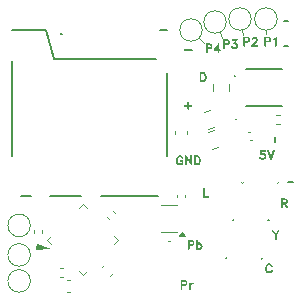
<source format=gbr>
%TF.GenerationSoftware,KiCad,Pcbnew,8.99.0-417-ga763d613e5*%
%TF.CreationDate,2024-07-02T15:16:59-04:00*%
%TF.ProjectId,kawaiiSD,6b617761-6969-4534-942e-6b696361645f,rev?*%
%TF.SameCoordinates,Original*%
%TF.FileFunction,Legend,Top*%
%TF.FilePolarity,Positive*%
%FSLAX46Y46*%
G04 Gerber Fmt 4.6, Leading zero omitted, Abs format (unit mm)*
G04 Created by KiCad (PCBNEW 8.99.0-417-ga763d613e5) date 2024-07-02 15:16:59*
%MOMM*%
%LPD*%
G01*
G04 APERTURE LIST*
%ADD10C,0.250000*%
%ADD11C,0.100000*%
%ADD12C,0.120000*%
%ADD13C,0.200000*%
G04 APERTURE END LIST*
D10*
G36*
X168358359Y-119217425D02*
G01*
X168384981Y-119194954D01*
X168442622Y-119190802D01*
X168469489Y-119197885D01*
X168490494Y-119216203D01*
X168666349Y-119468018D01*
X168843669Y-119209609D01*
X168864674Y-119190802D01*
X168891541Y-119189337D01*
X168939412Y-119190802D01*
X168960417Y-119200572D01*
X168980201Y-119225973D01*
X168984353Y-119261144D01*
X168974583Y-119282393D01*
X168743774Y-119613587D01*
X168743774Y-119975799D01*
X168738156Y-119998269D01*
X168725456Y-120018053D01*
X168707137Y-120030753D01*
X168649496Y-120034906D01*
X168627026Y-120030753D01*
X168607242Y-120018053D01*
X168594542Y-119998269D01*
X168590389Y-119975799D01*
X168590389Y-119614319D01*
X168359824Y-119283615D01*
X168349810Y-119262610D01*
X168349810Y-119244291D01*
X168358359Y-119217425D01*
G37*
G36*
X168370187Y-122712784D02*
G01*
X168301311Y-122785813D01*
X168215581Y-122834906D01*
X168190180Y-122834906D01*
X168050962Y-122834906D01*
X168025560Y-122829288D01*
X167941297Y-122782393D01*
X167870955Y-122713028D01*
X167825770Y-122628032D01*
X167787912Y-122516169D01*
X167784981Y-122323705D01*
X167823083Y-122200363D01*
X167860941Y-122122449D01*
X167941297Y-122037453D01*
X168025560Y-121990802D01*
X168050962Y-121990802D01*
X168190180Y-121990802D01*
X168215581Y-121996420D01*
X168301311Y-122043803D01*
X168370187Y-122114145D01*
X168415372Y-122199141D01*
X168420990Y-122221612D01*
X168416837Y-122248478D01*
X168404137Y-122268018D01*
X168388505Y-122278032D01*
X168367500Y-122284871D01*
X168328177Y-122284871D01*
X168306928Y-122280718D01*
X168288610Y-122269483D01*
X168274688Y-122252631D01*
X168245135Y-122192058D01*
X168223886Y-122171053D01*
X168176258Y-122147118D01*
X168065128Y-122147118D01*
X168022874Y-122167878D01*
X167966454Y-122250188D01*
X167938366Y-122336406D01*
X167938366Y-122489302D01*
X167966454Y-122575520D01*
X168022874Y-122657829D01*
X168065128Y-122678590D01*
X168176258Y-122678590D01*
X168223886Y-122654654D01*
X168245135Y-122633649D01*
X168274688Y-122573077D01*
X168288610Y-122556224D01*
X168306928Y-122544989D01*
X168328177Y-122540837D01*
X168367500Y-122540837D01*
X168385819Y-122544989D01*
X168404137Y-122557690D01*
X168418059Y-122581626D01*
X168420990Y-122604096D01*
X168416837Y-122623880D01*
X168370187Y-122712784D01*
G37*
G36*
X161014116Y-123396420D02*
G01*
X161084458Y-123431835D01*
X161133795Y-123477020D01*
X161180201Y-123563238D01*
X161185819Y-123588639D01*
X161185819Y-123693175D01*
X161180201Y-123720042D01*
X161145030Y-123789162D01*
X161100089Y-123838744D01*
X161014116Y-123885394D01*
X160988959Y-123891012D01*
X160770850Y-123891012D01*
X160770850Y-124176287D01*
X160766698Y-124198513D01*
X160753997Y-124218053D01*
X160734214Y-124230753D01*
X160711743Y-124234906D01*
X160654102Y-124230753D01*
X160635784Y-124218053D01*
X160623083Y-124198025D01*
X160618931Y-124175554D01*
X160618931Y-123547118D01*
X160770850Y-123547118D01*
X160770850Y-123734696D01*
X160974793Y-123734696D01*
X161014116Y-123715645D01*
X161032434Y-123677299D01*
X161032434Y-123603293D01*
X161014116Y-123564947D01*
X160974793Y-123547118D01*
X160770850Y-123547118D01*
X160618931Y-123547118D01*
X160618931Y-123446001D01*
X160623083Y-123423287D01*
X160635784Y-123403503D01*
X160654102Y-123390802D01*
X160678038Y-123390802D01*
X160988959Y-123390802D01*
X161014116Y-123396420D01*
G37*
G36*
X161309894Y-123658248D02*
G01*
X161324060Y-123638220D01*
X161342378Y-123625275D01*
X161364849Y-123621123D01*
X161422490Y-123625275D01*
X161442029Y-123639197D01*
X161454730Y-123660935D01*
X161457661Y-123681207D01*
X161477200Y-123665331D01*
X161546321Y-123625275D01*
X161572944Y-123625275D01*
X161675525Y-123625275D01*
X161699461Y-123629672D01*
X161717780Y-123642372D01*
X161730480Y-123662645D01*
X161734632Y-123685603D01*
X161730480Y-123744222D01*
X161717780Y-123763028D01*
X161699461Y-123775973D01*
X161675525Y-123781591D01*
X161587110Y-123781591D01*
X161537773Y-123805771D01*
X161482818Y-123861214D01*
X161458882Y-123909574D01*
X161458882Y-124175310D01*
X161454730Y-124198025D01*
X161434946Y-124222205D01*
X161422246Y-124230753D01*
X161399775Y-124234906D01*
X161342378Y-124230509D01*
X161324060Y-124217809D01*
X161309894Y-124197536D01*
X161305742Y-124174578D01*
X161305742Y-123681207D01*
X161309894Y-123658248D01*
G37*
G36*
X161614116Y-119996420D02*
G01*
X161684458Y-120031835D01*
X161733795Y-120077020D01*
X161780201Y-120163238D01*
X161785819Y-120188639D01*
X161785819Y-120293175D01*
X161780201Y-120320042D01*
X161745030Y-120389162D01*
X161700089Y-120438744D01*
X161614116Y-120485394D01*
X161588959Y-120491012D01*
X161370850Y-120491012D01*
X161370850Y-120776287D01*
X161366698Y-120798513D01*
X161353997Y-120818053D01*
X161334214Y-120830753D01*
X161311743Y-120834906D01*
X161254102Y-120830753D01*
X161235784Y-120818053D01*
X161223083Y-120798025D01*
X161218931Y-120775554D01*
X161218931Y-120147118D01*
X161370850Y-120147118D01*
X161370850Y-120334696D01*
X161574793Y-120334696D01*
X161614116Y-120315645D01*
X161632434Y-120277299D01*
X161632434Y-120203293D01*
X161614116Y-120164947D01*
X161574793Y-120147118D01*
X161370850Y-120147118D01*
X161218931Y-120147118D01*
X161218931Y-120046001D01*
X161223083Y-120023287D01*
X161235784Y-120003503D01*
X161254102Y-119990802D01*
X161278038Y-119990802D01*
X161588959Y-119990802D01*
X161614116Y-119996420D01*
G37*
G36*
X162021024Y-119994954D02*
G01*
X162040564Y-120007166D01*
X162053265Y-120026462D01*
X162057661Y-120048444D01*
X162057661Y-120258248D01*
X162111150Y-120225275D01*
X162136551Y-120225275D01*
X162240599Y-120225275D01*
X162267221Y-120231137D01*
X162351729Y-120278520D01*
X162420606Y-120348862D01*
X162434528Y-120371821D01*
X162469699Y-120478311D01*
X162472629Y-120568925D01*
X162469699Y-120587487D01*
X162434772Y-120693977D01*
X162420606Y-120716936D01*
X162336098Y-120799002D01*
X162267221Y-120834906D01*
X162240599Y-120834906D01*
X162136551Y-120834906D01*
X162111150Y-120833440D01*
X162052043Y-120803887D01*
X162040808Y-120822205D01*
X162021024Y-120834906D01*
X161964849Y-120839058D01*
X161940913Y-120834906D01*
X161922595Y-120822205D01*
X161909894Y-120802421D01*
X161905742Y-120779707D01*
X161905742Y-120631940D01*
X162057661Y-120631940D01*
X162150473Y-120678590D01*
X162226433Y-120678590D01*
X162274304Y-120654654D01*
X162292622Y-120637557D01*
X162319245Y-120555492D01*
X162319245Y-120504689D01*
X162292622Y-120422624D01*
X162274304Y-120405527D01*
X162226433Y-120381591D01*
X162150473Y-120381591D01*
X162057661Y-120428241D01*
X162057661Y-120631940D01*
X161905742Y-120631940D01*
X161905742Y-120050153D01*
X161909894Y-120027683D01*
X161922595Y-120007655D01*
X161940913Y-119994954D01*
X161998554Y-119990802D01*
X162021024Y-119994954D01*
G37*
G36*
X169576154Y-116528904D02*
G01*
X169600089Y-116542826D01*
X169645030Y-116592163D01*
X169680201Y-116662505D01*
X169685819Y-116687662D01*
X169685819Y-116791954D01*
X169680201Y-116818576D01*
X169645030Y-116887453D01*
X169599845Y-116936790D01*
X169576154Y-116952177D01*
X169514116Y-116971961D01*
X169681666Y-117253328D01*
X169685819Y-117275799D01*
X169681666Y-117298269D01*
X169668966Y-117318053D01*
X169657731Y-117326357D01*
X169635260Y-117334906D01*
X169591541Y-117334906D01*
X169572001Y-117334906D01*
X169555149Y-117323670D01*
X169540983Y-117309504D01*
X169350962Y-116991012D01*
X169270850Y-116991012D01*
X169270850Y-117279707D01*
X169266698Y-117302421D01*
X169253997Y-117322205D01*
X169234214Y-117334906D01*
X169211743Y-117339058D01*
X169154102Y-117334906D01*
X169135784Y-117322205D01*
X169123083Y-117302177D01*
X169118931Y-117279462D01*
X169118931Y-116647118D01*
X169270850Y-116647118D01*
X169270850Y-116834696D01*
X169443774Y-116834696D01*
X169515581Y-116811493D01*
X169532434Y-116777299D01*
X169532434Y-116703293D01*
X169515581Y-116669099D01*
X169443774Y-116647118D01*
X169270850Y-116647118D01*
X169118931Y-116647118D01*
X169118931Y-116546245D01*
X169123083Y-116523531D01*
X169135784Y-116503503D01*
X169154102Y-116490802D01*
X169178038Y-116490802D01*
X169453788Y-116490802D01*
X169576154Y-116528904D01*
G37*
G36*
X162523083Y-115627439D02*
G01*
X162535784Y-115607655D01*
X162555567Y-115594954D01*
X162578038Y-115590802D01*
X162635435Y-115594954D01*
X162653753Y-115607655D01*
X162667919Y-115627194D01*
X162672071Y-115649665D01*
X162672071Y-116278590D01*
X162993006Y-116278590D01*
X163015477Y-116284452D01*
X163035016Y-116297641D01*
X163047717Y-116316936D01*
X163052113Y-116377508D01*
X163047717Y-116400956D01*
X163035016Y-116421716D01*
X163015477Y-116434906D01*
X162993006Y-116434906D01*
X162578038Y-116434906D01*
X162555567Y-116430753D01*
X162535784Y-116418053D01*
X162523083Y-116398269D01*
X162518931Y-116375799D01*
X162518931Y-115649909D01*
X162523083Y-115627439D01*
G37*
G36*
X167354102Y-112439895D02*
G01*
X167360941Y-112418890D01*
X167376572Y-112400572D01*
X167396112Y-112390802D01*
X167412964Y-112390802D01*
X167759301Y-112390802D01*
X167781771Y-112395199D01*
X167801555Y-112407899D01*
X167814011Y-112428171D01*
X167818408Y-112486790D01*
X167814011Y-112509748D01*
X167801555Y-112528555D01*
X167781771Y-112541500D01*
X167759301Y-112547118D01*
X167498938Y-112547118D01*
X167484772Y-112625275D01*
X167517256Y-112622589D01*
X167639622Y-112625275D01*
X167743669Y-112660935D01*
X167766384Y-112675345D01*
X167835260Y-112745443D01*
X167849182Y-112768402D01*
X167884353Y-112874159D01*
X167887284Y-112964529D01*
X167849182Y-113088848D01*
X167835260Y-113111807D01*
X167766384Y-113181905D01*
X167743669Y-113196315D01*
X167621304Y-113234906D01*
X167498938Y-113231975D01*
X167394890Y-113196071D01*
X167370955Y-113181905D01*
X167325770Y-113131591D01*
X167290599Y-113060272D01*
X167284981Y-113037802D01*
X167289378Y-113013866D01*
X167300613Y-112994326D01*
X167320152Y-112980160D01*
X167344088Y-112976008D01*
X167397577Y-112978695D01*
X167420047Y-112992861D01*
X167451066Y-113046350D01*
X167473537Y-113061737D01*
X167527026Y-113078590D01*
X167611534Y-113078590D01*
X167663558Y-113061737D01*
X167695798Y-113040488D01*
X167717047Y-113007760D01*
X167733900Y-112955492D01*
X167733900Y-112904689D01*
X167717047Y-112852421D01*
X167695798Y-112819693D01*
X167663558Y-112798444D01*
X167611534Y-112781591D01*
X167496007Y-112781591D01*
X167439831Y-112809679D01*
X167412964Y-112815296D01*
X167372176Y-112815296D01*
X167349706Y-112808213D01*
X167332853Y-112792826D01*
X167321618Y-112773287D01*
X167320152Y-112750816D01*
X167354102Y-112439895D01*
G37*
G36*
X167942971Y-112427439D02*
G01*
X167955428Y-112407655D01*
X167975211Y-112394954D01*
X168031387Y-112390802D01*
X168054102Y-112394954D01*
X168073641Y-112409120D01*
X168086342Y-112428904D01*
X168273432Y-112908597D01*
X168460522Y-112424752D01*
X168473223Y-112404968D01*
X168493006Y-112390802D01*
X168550648Y-112386650D01*
X168573118Y-112390802D01*
X168589971Y-112402037D01*
X168604137Y-112421821D01*
X168609754Y-112444536D01*
X168605602Y-112467250D01*
X168328387Y-113196804D01*
X168317151Y-113216587D01*
X168297368Y-113229288D01*
X168274897Y-113234906D01*
X168252427Y-113230753D01*
X168232643Y-113219518D01*
X168219943Y-113199735D01*
X167941506Y-112470914D01*
X167938575Y-112448444D01*
X167942971Y-112427439D01*
G37*
G36*
X160565393Y-113284836D02*
G01*
X160577849Y-113264564D01*
X160597633Y-113251619D01*
X160620103Y-113247222D01*
X160793271Y-113247222D01*
X160815742Y-113251619D01*
X160834060Y-113264564D01*
X160846760Y-113285080D01*
X160852378Y-113308283D01*
X160852378Y-113450677D01*
X160845295Y-113478520D01*
X160800110Y-113565715D01*
X160715846Y-113648513D01*
X160645504Y-113684906D01*
X160620103Y-113684906D01*
X160480885Y-113684906D01*
X160455483Y-113679288D01*
X160371220Y-113632393D01*
X160300633Y-113563028D01*
X160255693Y-113478032D01*
X160214904Y-113346385D01*
X160214904Y-113173705D01*
X160253006Y-113050363D01*
X160300633Y-112956818D01*
X160386607Y-112876217D01*
X160455483Y-112840802D01*
X160480885Y-112840802D01*
X160620103Y-112840802D01*
X160645504Y-112846420D01*
X160715846Y-112882324D01*
X160800110Y-112964145D01*
X160845295Y-113049141D01*
X160850913Y-113071612D01*
X160846760Y-113098478D01*
X160834060Y-113118018D01*
X160818428Y-113128032D01*
X160797423Y-113134871D01*
X160758100Y-113134871D01*
X160736851Y-113130718D01*
X160718533Y-113119483D01*
X160704611Y-113102631D01*
X160675058Y-113042058D01*
X160653809Y-113021053D01*
X160606181Y-112997118D01*
X160495051Y-112997118D01*
X160447179Y-113020809D01*
X160425930Y-113041570D01*
X160397842Y-113097257D01*
X160368289Y-113186406D01*
X160368289Y-113339302D01*
X160397842Y-113428451D01*
X160425930Y-113484138D01*
X160447179Y-113504899D01*
X160495051Y-113528590D01*
X160606181Y-113528590D01*
X160653809Y-113504410D01*
X160675058Y-113483161D01*
X160698994Y-113434801D01*
X160698994Y-113403538D01*
X160620103Y-113403538D01*
X160597633Y-113399141D01*
X160577849Y-113386196D01*
X160565393Y-113367390D01*
X160560996Y-113308039D01*
X160565393Y-113284836D01*
G37*
G36*
X160971813Y-112898932D02*
G01*
X160980361Y-112867669D01*
X160995749Y-112850816D01*
X161016753Y-112840802D01*
X161053390Y-112843733D01*
X161073174Y-112856434D01*
X161420487Y-113339058D01*
X161420487Y-112896245D01*
X161426104Y-112873531D01*
X161438805Y-112853503D01*
X161457123Y-112840802D01*
X161479594Y-112836650D01*
X161537235Y-112840802D01*
X161557019Y-112853503D01*
X161569719Y-112873287D01*
X161573871Y-112896001D01*
X161573871Y-113626776D01*
X161565323Y-113658039D01*
X161549936Y-113674892D01*
X161528931Y-113684906D01*
X161504995Y-113684906D01*
X161472511Y-113669274D01*
X161124953Y-113186650D01*
X161124953Y-113629462D01*
X161119335Y-113652177D01*
X161106635Y-113672205D01*
X161088317Y-113684906D01*
X161030675Y-113689058D01*
X161008205Y-113684906D01*
X160988666Y-113672205D01*
X160975965Y-113652421D01*
X160971813Y-113629707D01*
X160971813Y-112898932D01*
G37*
G36*
X162150285Y-112878904D02*
G01*
X162172755Y-112892826D01*
X162253111Y-112977334D01*
X162290968Y-113054759D01*
X162324918Y-113157341D01*
X162329070Y-113348583D01*
X162290968Y-113470949D01*
X162253111Y-113548374D01*
X162172755Y-113632882D01*
X162150285Y-113646804D01*
X162027919Y-113684906D01*
X161786118Y-113684906D01*
X161762183Y-113684906D01*
X161743864Y-113672205D01*
X161731164Y-113652177D01*
X161727012Y-113629462D01*
X161727012Y-112997118D01*
X161878931Y-112997118D01*
X161878931Y-113528590D01*
X162018149Y-113528590D01*
X162099726Y-113502212D01*
X162116579Y-113484138D01*
X162146132Y-113428451D01*
X162175686Y-113339302D01*
X162175686Y-113186406D01*
X162146132Y-113097257D01*
X162116579Y-113041570D01*
X162099726Y-113023496D01*
X162018149Y-112997118D01*
X161878931Y-112997118D01*
X161727012Y-112997118D01*
X161727012Y-112896245D01*
X161731164Y-112873531D01*
X161743864Y-112853503D01*
X161762183Y-112840802D01*
X161786118Y-112840802D01*
X162027919Y-112840802D01*
X162150285Y-112878904D01*
G37*
G36*
X162642204Y-105828904D02*
G01*
X162664674Y-105842826D01*
X162745030Y-105927334D01*
X162782888Y-106004759D01*
X162816837Y-106107341D01*
X162820990Y-106298583D01*
X162782888Y-106420949D01*
X162745030Y-106498374D01*
X162664674Y-106582882D01*
X162642204Y-106596804D01*
X162519838Y-106634906D01*
X162278038Y-106634906D01*
X162254102Y-106634906D01*
X162235784Y-106622205D01*
X162223083Y-106602177D01*
X162218931Y-106579462D01*
X162218931Y-105947118D01*
X162370850Y-105947118D01*
X162370850Y-106478590D01*
X162510068Y-106478590D01*
X162591646Y-106452212D01*
X162608498Y-106434138D01*
X162638052Y-106378451D01*
X162667605Y-106289302D01*
X162667605Y-106136406D01*
X162638052Y-106047257D01*
X162608498Y-105991570D01*
X162591646Y-105973496D01*
X162510068Y-105947118D01*
X162370850Y-105947118D01*
X162218931Y-105947118D01*
X162218931Y-105846245D01*
X162223083Y-105823531D01*
X162235784Y-105803503D01*
X162254102Y-105790802D01*
X162278038Y-105790802D01*
X162519838Y-105790802D01*
X162642204Y-105828904D01*
G37*
G36*
X160924549Y-108603328D02*
G01*
X160937005Y-108584522D01*
X160955323Y-108570356D01*
X160977793Y-108565959D01*
X161195902Y-108565959D01*
X161195902Y-108349316D01*
X161200054Y-108326845D01*
X161212755Y-108307062D01*
X161232539Y-108294605D01*
X161290180Y-108290209D01*
X161312650Y-108294605D01*
X161330969Y-108307062D01*
X161343669Y-108326845D01*
X161349287Y-108349316D01*
X161349287Y-108565959D01*
X161565930Y-108565959D01*
X161588401Y-108570356D01*
X161608184Y-108584522D01*
X161620885Y-108603328D01*
X161625037Y-108661947D01*
X161620885Y-108684906D01*
X161608184Y-108705178D01*
X161588401Y-108717878D01*
X161565930Y-108722275D01*
X161349287Y-108722275D01*
X161349287Y-108938918D01*
X161343669Y-108962854D01*
X161330969Y-108981172D01*
X161312650Y-108993873D01*
X161255009Y-108998025D01*
X161232539Y-108993873D01*
X161212755Y-108981172D01*
X161200054Y-108962854D01*
X161195902Y-108938918D01*
X161195902Y-108722275D01*
X160977793Y-108722275D01*
X160955323Y-108717878D01*
X160937005Y-108705178D01*
X160924549Y-108684906D01*
X160918931Y-108626287D01*
X160924549Y-108603328D01*
G37*
G36*
X160924549Y-103903328D02*
G01*
X160937005Y-103884522D01*
X160955323Y-103870356D01*
X160977793Y-103865959D01*
X161565930Y-103865959D01*
X161588401Y-103870356D01*
X161608184Y-103884522D01*
X161620885Y-103903328D01*
X161625037Y-103961947D01*
X161620885Y-103984906D01*
X161608184Y-104005178D01*
X161588401Y-104017878D01*
X161565930Y-104022275D01*
X160977793Y-104022275D01*
X160955323Y-104017878D01*
X160937005Y-104005178D01*
X160924549Y-103984906D01*
X160918931Y-103926287D01*
X160924549Y-103903328D01*
G37*
D11*
X167840041Y-102254906D02*
X167840041Y-102604906D01*
X165811311Y-102242716D02*
X165877764Y-102661366D01*
X163963935Y-102428782D02*
X164136711Y-102874013D01*
X162169721Y-102913885D02*
X162621597Y-103312599D01*
D10*
G36*
X168114116Y-102796420D02*
G01*
X168184458Y-102831835D01*
X168233795Y-102877020D01*
X168280201Y-102963238D01*
X168285819Y-102988639D01*
X168285819Y-103093175D01*
X168280201Y-103120042D01*
X168245030Y-103189162D01*
X168200089Y-103238744D01*
X168114116Y-103285394D01*
X168088959Y-103291012D01*
X167870850Y-103291012D01*
X167870850Y-103576287D01*
X167866698Y-103598513D01*
X167853997Y-103618053D01*
X167834214Y-103630753D01*
X167811743Y-103634906D01*
X167754102Y-103630753D01*
X167735784Y-103618053D01*
X167723083Y-103598025D01*
X167718931Y-103575554D01*
X167718931Y-102947118D01*
X167870850Y-102947118D01*
X167870850Y-103134696D01*
X168074793Y-103134696D01*
X168114116Y-103115645D01*
X168132434Y-103077299D01*
X168132434Y-103003293D01*
X168114116Y-102964947D01*
X168074793Y-102947118D01*
X167870850Y-102947118D01*
X167718931Y-102947118D01*
X167718931Y-102846001D01*
X167723083Y-102823287D01*
X167735784Y-102803503D01*
X167754102Y-102790802D01*
X167778038Y-102790802D01*
X168088959Y-102790802D01*
X168114116Y-102796420D01*
G37*
G36*
X168477305Y-102969588D02*
G01*
X168488540Y-102949804D01*
X168506858Y-102935638D01*
X168567431Y-102904864D01*
X168664395Y-102807655D01*
X168682713Y-102794954D01*
X168706649Y-102790802D01*
X168729119Y-102794954D01*
X168747438Y-102807655D01*
X168760138Y-102827439D01*
X168765756Y-102849909D01*
X168765756Y-103575799D01*
X168760138Y-103598269D01*
X168747438Y-103618053D01*
X168729119Y-103630753D01*
X168671478Y-103634906D01*
X168649008Y-103630753D01*
X168629224Y-103618053D01*
X168616523Y-103598269D01*
X168612371Y-103575799D01*
X168612371Y-103049700D01*
X168558882Y-103075101D01*
X168536412Y-103081940D01*
X168512476Y-103077788D01*
X168492937Y-103065087D01*
X168478770Y-103045548D01*
X168474618Y-103023077D01*
X168477305Y-102969588D01*
G37*
G36*
X166336179Y-102804466D02*
G01*
X166406521Y-102839881D01*
X166455858Y-102885066D01*
X166502264Y-102971284D01*
X166507882Y-102996685D01*
X166507882Y-103101221D01*
X166502264Y-103128088D01*
X166467093Y-103197208D01*
X166422152Y-103246790D01*
X166336179Y-103293440D01*
X166311022Y-103299058D01*
X166092913Y-103299058D01*
X166092913Y-103584333D01*
X166088761Y-103606559D01*
X166076060Y-103626099D01*
X166056277Y-103638799D01*
X166033806Y-103642952D01*
X165976165Y-103638799D01*
X165957847Y-103626099D01*
X165945146Y-103606071D01*
X165940994Y-103583600D01*
X165940994Y-102955164D01*
X166092913Y-102955164D01*
X166092913Y-103142742D01*
X166296856Y-103142742D01*
X166336179Y-103123691D01*
X166354497Y-103085345D01*
X166354497Y-103011339D01*
X166336179Y-102972993D01*
X166296856Y-102955164D01*
X166092913Y-102955164D01*
X165940994Y-102955164D01*
X165940994Y-102854047D01*
X165945146Y-102831333D01*
X165957847Y-102811549D01*
X165976165Y-102798848D01*
X166000101Y-102798848D01*
X166311022Y-102798848D01*
X166336179Y-102804466D01*
G37*
G36*
X166596786Y-103564550D02*
G01*
X166609487Y-103545010D01*
X166917477Y-103203070D01*
X166982445Y-103106350D01*
X167009068Y-103054570D01*
X167009068Y-103012561D01*
X166989284Y-102973482D01*
X166949961Y-102955164D01*
X166840052Y-102955164D01*
X166800729Y-102973482D01*
X166780945Y-103012805D01*
X166776793Y-103056524D01*
X166764092Y-103076064D01*
X166744553Y-103088764D01*
X166722083Y-103092917D01*
X166664441Y-103088764D01*
X166646123Y-103076064D01*
X166633422Y-103056524D01*
X166629026Y-102998639D01*
X166634644Y-102973482D01*
X166669815Y-102899965D01*
X166714755Y-102847941D01*
X166730387Y-102835973D01*
X166799263Y-102798848D01*
X166826130Y-102798848D01*
X166963883Y-102798848D01*
X166990750Y-102804466D01*
X167059626Y-102839393D01*
X167110429Y-102884333D01*
X167155369Y-102969818D01*
X167160987Y-102994975D01*
X167160987Y-103063607D01*
X167155369Y-103090230D01*
X167117267Y-103165945D01*
X167048391Y-103269504D01*
X166851287Y-103486636D01*
X167137051Y-103486636D01*
X167159522Y-103492498D01*
X167179061Y-103505687D01*
X167191762Y-103524982D01*
X167196158Y-103585554D01*
X167191762Y-103609002D01*
X167179061Y-103629762D01*
X167159522Y-103642952D01*
X167137051Y-103642952D01*
X166652962Y-103642952D01*
X166630491Y-103638799D01*
X166610708Y-103626099D01*
X166598251Y-103606559D01*
X166593855Y-103585554D01*
X166596786Y-103564550D01*
G37*
G36*
X164616027Y-103008840D02*
G01*
X164686369Y-103044255D01*
X164735706Y-103089440D01*
X164782112Y-103175658D01*
X164787730Y-103201059D01*
X164787730Y-103305595D01*
X164782112Y-103332462D01*
X164746941Y-103401582D01*
X164702000Y-103451164D01*
X164616027Y-103497814D01*
X164590870Y-103503432D01*
X164372761Y-103503432D01*
X164372761Y-103788707D01*
X164368609Y-103810933D01*
X164355908Y-103830473D01*
X164336125Y-103843173D01*
X164313654Y-103847326D01*
X164256013Y-103843173D01*
X164237695Y-103830473D01*
X164224994Y-103810445D01*
X164220842Y-103787974D01*
X164220842Y-103159538D01*
X164372761Y-103159538D01*
X164372761Y-103347116D01*
X164576704Y-103347116D01*
X164616027Y-103328065D01*
X164634345Y-103289719D01*
X164634345Y-103215713D01*
X164616027Y-103177367D01*
X164576704Y-103159538D01*
X164372761Y-103159538D01*
X164220842Y-103159538D01*
X164220842Y-103058421D01*
X164224994Y-103035707D01*
X164237695Y-103015923D01*
X164256013Y-103003222D01*
X164279949Y-103003222D01*
X164590870Y-103003222D01*
X164616027Y-103008840D01*
G37*
G36*
X165039788Y-103658770D02*
G01*
X165062259Y-103674157D01*
X165115748Y-103691010D01*
X165200256Y-103691010D01*
X165252279Y-103674402D01*
X165284520Y-103653397D01*
X165305769Y-103621401D01*
X165322621Y-103569866D01*
X165322621Y-103554723D01*
X165305769Y-103501722D01*
X165284520Y-103471192D01*
X165252279Y-103450431D01*
X165200256Y-103432113D01*
X165090346Y-103430891D01*
X165069342Y-103419656D01*
X165053954Y-103403048D01*
X165046871Y-103373739D01*
X165051023Y-103351513D01*
X165059572Y-103337591D01*
X165200256Y-103159538D01*
X165001686Y-103159538D01*
X164979216Y-103153676D01*
X164959677Y-103140487D01*
X164946976Y-103121192D01*
X164942824Y-103097500D01*
X164946976Y-103037172D01*
X164959677Y-103016411D01*
X164979216Y-103003222D01*
X165001686Y-103003222D01*
X165381728Y-103003222D01*
X165404199Y-103007374D01*
X165422517Y-103018610D01*
X165435217Y-103036928D01*
X165440835Y-103058177D01*
X165439370Y-103079182D01*
X165429600Y-103098965D01*
X165273284Y-103298756D01*
X165332391Y-103317074D01*
X165355106Y-103330996D01*
X165423982Y-103401338D01*
X165437904Y-103424053D01*
X165473075Y-103528100D01*
X165476006Y-103581589D01*
X165437904Y-103703955D01*
X165423982Y-103726425D01*
X165355106Y-103795302D01*
X165332391Y-103809468D01*
X165210025Y-103847326D01*
X165087660Y-103844395D01*
X164983612Y-103808491D01*
X164959677Y-103794325D01*
X164914492Y-103744011D01*
X164879321Y-103672692D01*
X164873703Y-103650222D01*
X164878099Y-103626286D01*
X164889335Y-103606746D01*
X164908874Y-103592580D01*
X164932810Y-103588428D01*
X164986299Y-103591115D01*
X165006083Y-103602350D01*
X165014387Y-103613585D01*
X165039788Y-103658770D01*
G37*
G36*
X163142827Y-103375011D02*
G01*
X163213169Y-103410426D01*
X163262506Y-103455611D01*
X163308912Y-103541829D01*
X163314530Y-103567230D01*
X163314530Y-103671766D01*
X163308912Y-103698633D01*
X163273741Y-103767753D01*
X163228800Y-103817335D01*
X163142827Y-103863985D01*
X163117670Y-103869603D01*
X162899561Y-103869603D01*
X162899561Y-104154878D01*
X162895409Y-104177104D01*
X162882708Y-104196644D01*
X162862925Y-104209344D01*
X162840454Y-104213497D01*
X162782813Y-104209344D01*
X162764495Y-104196644D01*
X162751794Y-104176616D01*
X162747642Y-104154145D01*
X162747642Y-103525709D01*
X162899561Y-103525709D01*
X162899561Y-103713287D01*
X163103504Y-103713287D01*
X163142827Y-103694236D01*
X163161145Y-103655890D01*
X163161145Y-103581884D01*
X163142827Y-103543538D01*
X163103504Y-103525709D01*
X162899561Y-103525709D01*
X162747642Y-103525709D01*
X162747642Y-103424592D01*
X162751794Y-103401878D01*
X162764495Y-103382094D01*
X162782813Y-103369393D01*
X162806749Y-103369393D01*
X163117670Y-103369393D01*
X163142827Y-103375011D01*
G37*
G36*
X163894362Y-103396504D02*
G01*
X163898514Y-103419219D01*
X163898514Y-103885234D01*
X163978870Y-103885234D01*
X164001340Y-103889630D01*
X164019659Y-103902575D01*
X164032359Y-103921382D01*
X164037977Y-103946051D01*
X164032359Y-104003936D01*
X164019659Y-104024208D01*
X164001340Y-104037153D01*
X163978870Y-104041550D01*
X163898514Y-104041550D01*
X163898514Y-104154878D01*
X163894362Y-104177104D01*
X163881661Y-104196644D01*
X163861878Y-104209344D01*
X163805702Y-104213497D01*
X163783232Y-104209344D01*
X163763448Y-104196644D01*
X163750747Y-104177104D01*
X163746595Y-104154878D01*
X163746595Y-104041550D01*
X163459610Y-104041550D01*
X163438605Y-104037397D01*
X163420287Y-104027383D01*
X163407586Y-104010531D01*
X163400503Y-103989282D01*
X163401969Y-103968032D01*
X163410517Y-103948249D01*
X163453784Y-103885234D01*
X163631313Y-103885234D01*
X163746595Y-103885234D01*
X163746595Y-103720370D01*
X163631313Y-103885234D01*
X163453784Y-103885234D01*
X163791536Y-103393329D01*
X163807167Y-103377942D01*
X163829638Y-103369393D01*
X163852108Y-103369393D01*
X163873113Y-103369393D01*
X163894362Y-103396504D01*
G37*
D12*
%TO.C,TP19*%
X168790041Y-101304906D02*
G75*
G02*
X166890041Y-101304906I-950000J0D01*
G01*
X166890041Y-101304906D02*
G75*
G02*
X168790041Y-101304906I950000J0D01*
G01*
%TO.C,U3*%
X160340040Y-117044907D02*
X158940040Y-117044906D01*
X160350042Y-119364904D02*
X158940042Y-119364905D01*
X160960043Y-119644906D02*
X160480041Y-119644908D01*
X160720042Y-119314906D01*
X160960043Y-119644906D01*
G36*
X160960043Y-119644906D02*
G01*
X160480041Y-119644908D01*
X160720042Y-119314906D01*
X160960043Y-119644906D01*
G37*
D13*
%TO.C,D9*%
X168640041Y-111304906D02*
X168640041Y-111704906D01*
D12*
%TO.C,TP25*%
X162444403Y-102235145D02*
G75*
G02*
X160544403Y-102235145I-950000J0D01*
G01*
X160544403Y-102235145D02*
G75*
G02*
X162444403Y-102235145I950000J0D01*
G01*
%TO.C,TP1*%
X147893248Y-123480230D02*
G75*
G02*
X145993248Y-123480230I-950000J0D01*
G01*
X145993248Y-123480230D02*
G75*
G02*
X147893248Y-123480230I950000J0D01*
G01*
D11*
%TO.C,J5*%
X164391642Y-121558503D02*
X164391642Y-121558503D01*
X164473557Y-121501147D02*
X164473557Y-121501147D01*
X164391642Y-121558503D02*
G75*
G02*
X164473556Y-121501148I40958J28676D01*
G01*
X164473557Y-121501147D02*
G75*
G02*
X164391640Y-121558504I-40958J-28679D01*
G01*
%TO.C,Z1*%
X165240041Y-109774906D02*
X165240041Y-109774906D01*
X165340041Y-109774906D02*
X165340041Y-109774906D01*
X165240041Y-109774906D02*
G75*
G02*
X165340041Y-109774906I50000J0D01*
G01*
X165340041Y-109774906D02*
G75*
G02*
X165240041Y-109774906I-50000J0D01*
G01*
D12*
%TO.C,C12*%
X160280041Y-116412741D02*
X160280042Y-116197072D01*
X161000040Y-116412740D02*
X161000041Y-116197071D01*
D11*
%TO.C,J3*%
X167409417Y-121601323D02*
X167409417Y-121601323D01*
X167491332Y-121543967D02*
X167491332Y-121543967D01*
X167409417Y-121601323D02*
G75*
G02*
X167491331Y-121543968I40958J28676D01*
G01*
X167491332Y-121543967D02*
G75*
G02*
X167409415Y-121601324I-40958J-28679D01*
G01*
D12*
%TO.C,C4*%
X153950984Y-122319011D02*
X154149795Y-122120200D01*
X154672233Y-123040260D02*
X154871044Y-122841449D01*
D11*
%TO.C,Q1*%
X165140041Y-106114906D02*
X165140041Y-106114906D01*
X165240041Y-106114906D02*
X165240041Y-106114906D01*
D13*
X166115041Y-105579906D02*
X169165041Y-105579906D01*
X166115041Y-108629906D02*
X169165041Y-108629906D01*
D11*
X165140041Y-106114906D02*
G75*
G02*
X165240041Y-106114906I50000J0D01*
G01*
X165240041Y-106114906D02*
G75*
G02*
X165140041Y-106114906I-50000J0D01*
G01*
D12*
%TO.C,C5*%
X154417169Y-118108277D02*
X154569672Y-118260780D01*
X154926286Y-117599160D02*
X155078789Y-117751663D01*
D13*
%TO.C,D7*%
X169340041Y-101504906D02*
X169740041Y-101504906D01*
D12*
%TO.C,C9*%
X166284297Y-110890180D02*
X166492619Y-110834360D01*
X166470647Y-111585646D02*
X166678969Y-111529826D01*
D13*
%TO.C,D8*%
X169740041Y-115104906D02*
X170140041Y-115104906D01*
D12*
%TO.C,TP24*%
X164483275Y-101559043D02*
G75*
G02*
X162583275Y-101559043I-950000J0D01*
G01*
X162583275Y-101559043D02*
G75*
G02*
X164483275Y-101559043I950000J0D01*
G01*
%TO.C,U1*%
X149679016Y-119644354D02*
X149343140Y-119980230D01*
X149679016Y-120316106D02*
X149343140Y-119980230D01*
X151991255Y-117332115D02*
X152327131Y-116996239D01*
X152327131Y-116996239D02*
X152663007Y-117332115D01*
X152327131Y-122964221D02*
X151991255Y-122628345D01*
X152663007Y-122628345D02*
X152327131Y-122964221D01*
X154975246Y-120316106D02*
X155311122Y-119980230D01*
X155311122Y-119980230D02*
X154975246Y-119644354D01*
X149379612Y-120668917D02*
X149497697Y-120708969D01*
X148393483Y-120781617D01*
X148437037Y-120355415D01*
X149379612Y-120668917D01*
G36*
X149379612Y-120668917D02*
G01*
X149497697Y-120708969D01*
X148393483Y-120781617D01*
X148437037Y-120355415D01*
X149379612Y-120668917D01*
G37*
%TO.C,TP2*%
X147893248Y-121280230D02*
G75*
G02*
X145993248Y-121280230I-950000J0D01*
G01*
X145993248Y-121280230D02*
G75*
G02*
X147893248Y-121280230I950000J0D01*
G01*
D11*
%TO.C,J2*%
X167991642Y-118358503D02*
X167991642Y-118358503D01*
X168073557Y-118301147D02*
X168073557Y-118301147D01*
X167991642Y-118358503D02*
G75*
G02*
X168073556Y-118301148I40958J28676D01*
G01*
X168073557Y-118301147D02*
G75*
G02*
X167991640Y-118358504I-40958J-28679D01*
G01*
D12*
%TO.C,TP3*%
X147893248Y-118780230D02*
G75*
G02*
X145993248Y-118780230I-950000J0D01*
G01*
X145993248Y-118780230D02*
G75*
G02*
X147893248Y-118780230I950000J0D01*
G01*
%TO.C,TP23*%
X166590041Y-101304906D02*
G75*
G02*
X164690041Y-101304906I-950000J0D01*
G01*
X164690041Y-101304906D02*
G75*
G02*
X166590041Y-101304906I950000J0D01*
G01*
%TO.C,C13*%
X159532206Y-119344906D02*
X159747875Y-119344907D01*
X159532207Y-120064905D02*
X159747876Y-120064906D01*
D11*
%TO.C,J7*%
X168809417Y-115201325D02*
X168809417Y-115201325D01*
X168891332Y-115143967D02*
X168891332Y-115143967D01*
X168809417Y-115201325D02*
G75*
G02*
X168891331Y-115143967I40957J28679D01*
G01*
X168891332Y-115143967D02*
G75*
G02*
X168809416Y-115201325I-40958J-28679D01*
G01*
D13*
%TO.C,J1*%
X146382131Y-102240230D02*
X149231131Y-102240230D01*
X146382131Y-104890230D02*
X146382131Y-112888230D01*
X147122131Y-116290230D02*
X147982131Y-116290230D01*
X149231131Y-102240230D02*
X149936131Y-104660230D01*
X149532131Y-116290230D02*
X152182131Y-116290230D01*
X149936131Y-104660230D02*
X158491131Y-104660230D01*
X153882131Y-116290230D02*
X158682131Y-116290230D01*
X159482131Y-102240230D02*
X158856131Y-102240230D01*
X159482131Y-105890230D02*
X159482131Y-112890230D01*
X150552701Y-102596230D02*
G75*
G02*
X150443561Y-102596230I-54570J0D01*
G01*
X150443561Y-102596230D02*
G75*
G02*
X150552701Y-102596230I54570J0D01*
G01*
D12*
%TO.C,C14*%
X163402159Y-110727333D02*
X162897459Y-110862568D01*
X163782623Y-112147244D02*
X163277923Y-112282479D01*
%TO.C,C1*%
X148183248Y-119422995D02*
X148183248Y-119207323D01*
X148903248Y-119422995D02*
X148903248Y-119207323D01*
%TO.C,F1*%
X163330041Y-106846328D02*
X163330041Y-107363484D01*
X164750041Y-106846328D02*
X164750041Y-107363484D01*
D13*
%TO.C,D6*%
X169740041Y-103604906D02*
X169340041Y-103604906D01*
D11*
%TO.C,J6*%
X165791642Y-115158505D02*
X165791642Y-115158505D01*
X165873557Y-115101147D02*
X165873557Y-115101147D01*
X165791642Y-115158505D02*
G75*
G02*
X165873556Y-115101147I40957J28679D01*
G01*
X165873557Y-115101147D02*
G75*
G02*
X165791641Y-115158505I-40958J-28679D01*
G01*
D12*
%TO.C,C3*%
X150618850Y-122420230D02*
X150403178Y-122420230D01*
X150618850Y-123140230D02*
X150403178Y-123140230D01*
%TO.C,C6*%
X161150041Y-110764326D02*
X161150041Y-111045486D01*
X160130041Y-110764326D02*
X160130041Y-111045486D01*
%TO.C,C2*%
X151251595Y-123370230D02*
X150970433Y-123370230D01*
X151251595Y-124390230D02*
X150970433Y-124390230D01*
%TO.C,C8*%
X163102159Y-109027334D02*
X162597459Y-109162568D01*
X163482623Y-110447244D02*
X162977923Y-110582478D01*
D11*
%TO.C,J4*%
X164991642Y-118358503D02*
X164991642Y-118358503D01*
X165073557Y-118301147D02*
X165073557Y-118301147D01*
X164991642Y-118358503D02*
G75*
G02*
X165073556Y-118301148I40958J28676D01*
G01*
X165073557Y-118301147D02*
G75*
G02*
X164991640Y-118358504I-40958J-28679D01*
G01*
D12*
%TO.C,R1*%
X168686400Y-109394906D02*
X168993682Y-109394906D01*
X168686400Y-110154906D02*
X168993682Y-110154906D01*
%TD*%
M02*

</source>
